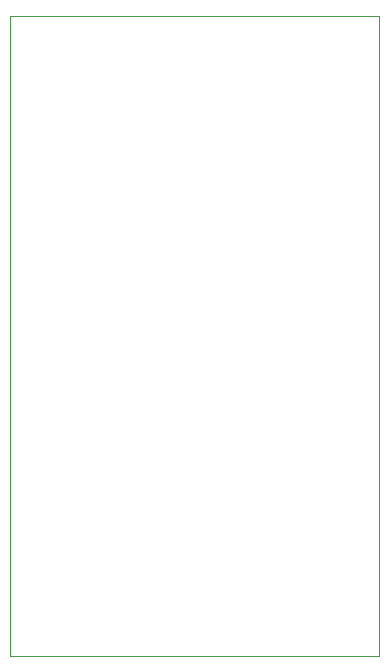
<source format=gbr>
%TF.GenerationSoftware,KiCad,Pcbnew,8.0.5*%
%TF.CreationDate,2024-09-26T12:03:32+03:30*%
%TF.ProjectId,rolup,726f6c75-702e-46b6-9963-61645f706362,rev?*%
%TF.SameCoordinates,Original*%
%TF.FileFunction,Profile,NP*%
%FSLAX46Y46*%
G04 Gerber Fmt 4.6, Leading zero omitted, Abs format (unit mm)*
G04 Created by KiCad (PCBNEW 8.0.5) date 2024-09-26 12:03:32*
%MOMM*%
%LPD*%
G01*
G04 APERTURE LIST*
%TA.AperFunction,Profile*%
%ADD10C,0.050000*%
%TD*%
G04 APERTURE END LIST*
D10*
X23975000Y-63450000D02*
X55250000Y-63450000D01*
X55250000Y-117625000D01*
X23975000Y-117625000D01*
X23975000Y-63450000D01*
M02*

</source>
